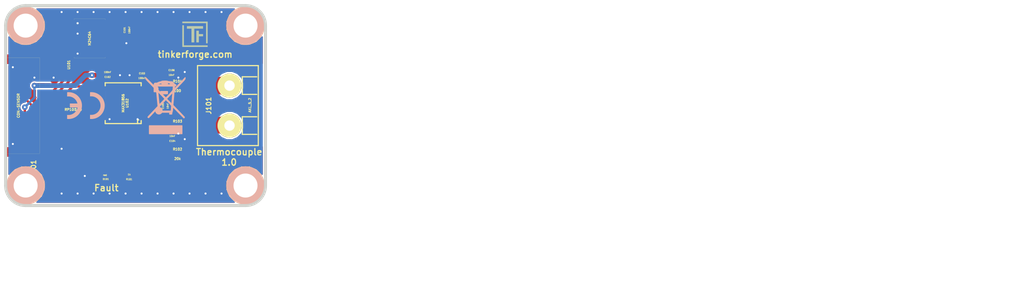
<source format=kicad_pcb>
(kicad_pcb (version 4) (host pcbnew "(2015-03-18 BZR 5525)-product")
  (title_block (title "Thermocouple Bricklet") (date "Do 30 Jul 2015") (rev 1.0) (company "Tinkerforge GmbH") (comment 1 "Licensed under CERN OHL v.1.1") (comment 2 "Copyright (©) 2015, B.Nordmeyer <bastian@tinkerforge.com>"))
  (layers (0 Vorderseite signal) (31 Rückseite signal) (34 B.Paste user) (35 F.Paste user) (36 B.SilkS user) (37 F.SilkS user) (38 B.Mask user) (39 F.Mask user) (44 Edge.Cuts user))
  (net 0 "")
  (net 1 GND)
  (net 2 VCC)
  (net 3 "Net-(C104-Pad1)")
  (net 4 "Net-(C105-Pad1)")
  (net 5 "Net-(D101-Pad1)")
  (net 6 "Net-(D101-Pad2)")
  (net 7 "Net-(J101-Pad2)")
  (net 8 "Net-(P101-Pad4)")
  (net 9 "Net-(P101-Pad5)")
  (net 10 "Net-(P101-Pad6)")
  (net 11 "Net-(P101-Pad7)")
  (net 12 "Net-(P101-Pad8)")
  (net 13 "Net-(P101-Pad9)")
  (net 14 "Net-(P101-Pad10)")
  (net 15 "Net-(R102-Pad2)")
  (net 16 "Net-(RP101-Pad1)")
  (net 17 "Net-(RP101-Pad2)")
  (net 18 "Net-(RP101-Pad3)")
  (net 19 "Net-(RP101-Pad4)")
  (net 20 "Net-(J101-Pad1)")
  (module kicad-libraries:0603 (layer Vorderseite) (at 170.225 130.425 270)
    (fp_text reference C101 (at 0.05 0.225 270) (layer F.SilkS) (effects (font (size 0.2 0.2) (thickness 0.05))))
    (fp_text value 100nF (at 0.05 -0.375 270) (layer F.SilkS) (effects (font (size 0.2 0.2) (thickness 0.05))))
    (pad 1 smd rect (at -0.8001 0 270) (size 0.8001 0.8001) (layers Vorderseite F.Paste F.Mask) (net 2 VCC))
    (pad 2 smd rect (at 0.8001 0 270) (size 0.8001 0.8001) (layers Vorderseite F.Paste F.Mask) (net 1 GND))
  )
  (module kicad-libraries:0603 (layer Vorderseite) (at 167.825 136.125)
    (fp_text reference C102 (at 0.05 0.225) (layer F.SilkS) (effects (font (size 0.2 0.2) (thickness 0.05))))
    (fp_text value 100nF (at 0.05 -0.375) (layer F.SilkS) (effects (font (size 0.2 0.2) (thickness 0.05))))
    (pad 1 smd rect (at -0.8001 0) (size 0.8001 0.8001) (layers Vorderseite F.Paste F.Mask) (net 2 VCC))
    (pad 2 smd rect (at 0.8001 0) (size 0.8001 0.8001) (layers Vorderseite F.Paste F.Mask) (net 1 GND))
  )
  (module kicad-libraries:0603 (layer Vorderseite) (at 172.225 136.125 180)
    (fp_text reference C103 (at 0.05 0.225 180) (layer F.SilkS) (effects (font (size 0.2 0.2) (thickness 0.05))))
    (fp_text value 100nF (at 0.05 -0.375 180) (layer F.SilkS) (effects (font (size 0.2 0.2) (thickness 0.05))))
    (pad 1 smd rect (at -0.8001 0 180) (size 0.8001 0.8001) (layers Vorderseite F.Paste F.Mask) (net 2 VCC))
    (pad 2 smd rect (at 0.8001 0 180) (size 0.8001 0.8001) (layers Vorderseite F.Paste F.Mask) (net 1 GND))
  )
  (module kicad-libraries:0603 (layer Vorderseite) (at 175.925 144.125)
    (fp_text reference C104 (at 0.05 0.225) (layer F.SilkS) (effects (font (size 0.2 0.2) (thickness 0.05))))
    (fp_text value 10nF (at 0.05 -0.375) (layer F.SilkS) (effects (font (size 0.2 0.2) (thickness 0.05))))
    (pad 1 smd rect (at -0.8001 0) (size 0.8001 0.8001) (layers Vorderseite F.Paste F.Mask) (net 3 "Net-(C104-Pad1)"))
    (pad 2 smd rect (at 0.8001 0) (size 0.8001 0.8001) (layers Vorderseite F.Paste F.Mask) (net 1 GND))
  )
  (module kicad-libraries:0603 (layer Vorderseite) (at 175.025 139.925 270)
    (fp_text reference C105 (at 0.05 0.225 270) (layer F.SilkS) (effects (font (size 0.2 0.2) (thickness 0.05))))
    (fp_text value 10nF (at 0.05 -0.375 270) (layer F.SilkS) (effects (font (size 0.2 0.2) (thickness 0.05))))
    (pad 1 smd rect (at -0.8001 0 270) (size 0.8001 0.8001) (layers Vorderseite F.Paste F.Mask) (net 4 "Net-(C105-Pad1)"))
    (pad 2 smd rect (at 0.8001 0 270) (size 0.8001 0.8001) (layers Vorderseite F.Paste F.Mask) (net 3 "Net-(C104-Pad1)"))
  )
  (module kicad-libraries:0603 (layer Vorderseite) (at 175.925 135.725 180)
    (fp_text reference C106 (at 0.05 0.225 180) (layer F.SilkS) (effects (font (size 0.2 0.2) (thickness 0.05))))
    (fp_text value 10nF (at 0.05 -0.375 180) (layer F.SilkS) (effects (font (size 0.2 0.2) (thickness 0.05))))
    (pad 1 smd rect (at -0.8001 0 180) (size 0.8001 0.8001) (layers Vorderseite F.Paste F.Mask) (net 1 GND))
    (pad 2 smd rect (at 0.8001 0 180) (size 0.8001 0.8001) (layers Vorderseite F.Paste F.Mask) (net 4 "Net-(C105-Pad1)"))
  )
  (module kicad-libraries:D0603 (layer Vorderseite) (at 167.625 148.925 180)
    (fp_text reference D101 (at -0.025 -0.2 180) (layer F.SilkS) (effects (font (size 0.2 0.2) (thickness 0.05))))
    (fp_text value red (at 0.075 0.3 180) (layer F.SilkS) (effects (font (size 0.2 0.2) (thickness 0.05))))
    (pad 1 smd rect (at -0.8001 0 180) (size 0.8001 0.8001) (layers Vorderseite F.Paste F.Mask) (net 5 "Net-(D101-Pad1)"))
    (pad 2 smd rect (at 0.8001 0 180) (size 0.8001 0.8001) (layers Vorderseite F.Paste F.Mask) (net 6 "Net-(D101-Pad2)"))
  )
  (module kicad-libraries:AKL_5_2 (layer Vorderseite) (at 183.125 139.925 270)
    (fp_text reference J101 (at 0 2.60096 270) (layer F.SilkS) (effects (font (size 0.59944 0.59944) (thickness 0.12446))))
    (fp_text value AKL_5_2 (at -0.0508 -2.55016 270) (layer F.SilkS) (effects (font (size 0.29972 0.29972) (thickness 0.0762))))
    (pad 1 thru_hole circle (at -2.49936 0 270) (size 2.99974 2.99974) (drill 1.30048) (layers *.Cu *.Mask F.SilkS) (net 20 "Net-(J101-Pad1)"))
    (pad 2 thru_hole circle (at 2.49936 0 270) (size 2.99974 2.99974) (drill 1.30048) (layers *.Cu *.Mask F.SilkS) (net 7 "Net-(J101-Pad2)"))
  )
  (module kicad-libraries:CON-SENSOR (layer Vorderseite) (at 155.125 139.925 270)
    (fp_text reference P101 (at 7.9502 -3.50012 270) (layer F.SilkS) (effects (font (size 0.59944 0.59944) (thickness 0.12446))))
    (fp_text value CON-SENSOR (at 0 -1.6002 270) (layer F.SilkS) (effects (font (size 0.29972 0.29972) (thickness 0.07112))))
    (pad 1 smd rect (at -4.50088 -4.7752 270) (size 0.59944 1.5494) (layers Vorderseite F.Paste F.Mask))
    (pad 2 smd rect (at -3.50012 -4.7752 270) (size 0.59944 1.5494) (layers Vorderseite F.Paste F.Mask) (net 1 GND))
    (pad 3 smd rect (at -2.49936 -4.7752 270) (size 0.59944 1.5494) (layers Vorderseite F.Paste F.Mask) (net 2 VCC))
    (pad 4 smd rect (at -1.50114 -4.7752 270) (size 0.59944 1.5494) (layers Vorderseite F.Paste F.Mask) (net 8 "Net-(P101-Pad4)"))
    (pad 5 smd rect (at -0.50038 -4.7752 270) (size 0.59944 1.5494) (layers Vorderseite F.Paste F.Mask) (net 9 "Net-(P101-Pad5)"))
    (pad 6 smd rect (at 0.50038 -4.7752 270) (size 0.59944 1.5494) (layers Vorderseite F.Paste F.Mask) (net 10 "Net-(P101-Pad6)"))
    (pad 7 smd rect (at 1.50114 -4.7752 270) (size 0.59944 1.5494) (layers Vorderseite F.Paste F.Mask) (net 11 "Net-(P101-Pad7)"))
    (pad 8 smd rect (at 2.49936 -4.7752 270) (size 0.59944 1.5494) (layers Vorderseite F.Paste F.Mask) (net 12 "Net-(P101-Pad8)"))
    (pad 9 smd rect (at 3.50012 -4.7752 270) (size 0.59944 1.5494) (layers Vorderseite F.Paste F.Mask) (net 13 "Net-(P101-Pad9)"))
    (pad 10 smd rect (at 4.50088 -4.7752 270) (size 0.59944 1.5494) (layers Vorderseite F.Paste F.Mask) (net 14 "Net-(P101-Pad10)"))
    (pad EP smd rect (at -5.79882 -0.89916 270) (size 1.19888 1.80086) (layers Vorderseite F.Paste F.Mask) (net 1 GND))
    (pad EP smd rect (at 5.79882 -0.89916 270) (size 1.19888 1.80086) (layers Vorderseite F.Paste F.Mask) (net 1 GND))
  )
  (module kicad-libraries:0603 (layer Vorderseite) (at 170.525 148.925)
    (fp_text reference R101 (at 0.05 0.225) (layer F.SilkS) (effects (font (size 0.2 0.2) (thickness 0.05))))
    (fp_text value 1k (at 0.05 -0.375) (layer F.SilkS) (effects (font (size 0.2 0.2) (thickness 0.05))))
    (pad 1 smd rect (at -0.8001 0) (size 0.8001 0.8001) (layers Vorderseite F.Paste F.Mask) (net 5 "Net-(D101-Pad1)"))
    (pad 2 smd rect (at 0.8001 0) (size 0.8001 0.8001) (layers Vorderseite F.Paste F.Mask) (net 2 VCC))
  )
  (module kicad-libraries:1206 (layer Vorderseite) (at 176.625 145.925 180)
    (fp_text reference R102 (at 0 0.5375 180) (layer F.SilkS) (effects (font (size 0.3 0.3) (thickness 0.075))))
    (fp_text value 20k (at 0 -0.65 180) (layer F.SilkS) (effects (font (size 0.3 0.3) (thickness 0.075))))
    (pad 1 smd rect (at -1.50114 0 180) (size 1.00076 1.6002) (layers Vorderseite F.Paste F.Mask) (net 7 "Net-(J101-Pad2)"))
    (pad 2 smd rect (at 1.50114 0 180) (size 1.00076 1.6002) (layers Vorderseite F.Paste F.Mask) (net 15 "Net-(R102-Pad2)"))
  )
  (module kicad-libraries:1206 (layer Vorderseite) (at 176.625 142.425 180)
    (fp_text reference R103 (at 0 0.5375 180) (layer F.SilkS) (effects (font (size 0.3 0.3) (thickness 0.075))))
    (fp_text value 100 (at 0 -0.65 180) (layer F.SilkS) (effects (font (size 0.3 0.3) (thickness 0.075))))
    (pad 1 smd rect (at -1.50114 0 180) (size 1.00076 1.6002) (layers Vorderseite F.Paste F.Mask) (net 7 "Net-(J101-Pad2)"))
    (pad 2 smd rect (at 1.50114 0 180) (size 1.00076 1.6002) (layers Vorderseite F.Paste F.Mask) (net 3 "Net-(C104-Pad1)"))
  )
  (module kicad-libraries:1206 (layer Vorderseite) (at 176.625 137.425 180)
    (fp_text reference R104 (at 0 0.5375 180) (layer F.SilkS) (effects (font (size 0.3 0.3) (thickness 0.075))))
    (fp_text value 100 (at 0 -0.65 180) (layer F.SilkS) (effects (font (size 0.3 0.3) (thickness 0.075))))
    (pad 1 smd rect (at -1.50114 0 180) (size 1.00076 1.6002) (layers Vorderseite F.Paste F.Mask) (net 20 "Net-(J101-Pad1)"))
    (pad 2 smd rect (at 1.50114 0 180) (size 1.00076 1.6002) (layers Vorderseite F.Paste F.Mask) (net 4 "Net-(C105-Pad1)"))
  )
  (module kicad-libraries:0603X4 (layer Vorderseite) (at 163.225 140.425)
    (fp_text reference RP101 (at 0 0) (layer F.SilkS) (effects (font (size 0.29972 0.29972) (thickness 0.0762))))
    (fp_text value 100 (at 1.00076 0) (layer F.SilkS) (effects (font (size 0.29972 0.29972) (thickness 0.0762))))
    (pad 1 smd rect (at 1.19888 -0.8509) (size 0.44958 0.89916) (layers Vorderseite F.Paste F.Mask) (net 16 "Net-(RP101-Pad1)"))
    (pad 2 smd rect (at 0.39878 -0.8509) (size 0.44958 0.89916) (layers Vorderseite F.Paste F.Mask) (net 17 "Net-(RP101-Pad2)"))
    (pad 3 smd rect (at -0.39878 -0.8509) (size 0.44958 0.89916) (layers Vorderseite F.Paste F.Mask) (net 18 "Net-(RP101-Pad3)"))
    (pad 4 smd rect (at -1.19888 -0.8509) (size 0.44958 0.89916) (layers Vorderseite F.Paste F.Mask) (net 19 "Net-(RP101-Pad4)"))
    (pad 5 smd rect (at -1.19888 0.8509) (size 0.44958 0.89916) (layers Vorderseite F.Paste F.Mask) (net 11 "Net-(P101-Pad7)"))
    (pad 6 smd rect (at -0.39878 0.8509) (size 0.44958 0.89916) (layers Vorderseite F.Paste F.Mask) (net 12 "Net-(P101-Pad8)"))
    (pad 7 smd rect (at 0.39878 0.8509) (size 0.44958 0.89916) (layers Vorderseite F.Paste F.Mask) (net 13 "Net-(P101-Pad9)"))
    (pad 8 smd rect (at 1.19888 0.8509) (size 0.44958 0.89916) (layers Vorderseite F.Paste F.Mask) (net 14 "Net-(P101-Pad10)"))
  )
  (module kicad-libraries:SOIC8 (layer Vorderseite) (at 165.625 131.525 270)
    (fp_text reference U101 (at 3.29946 2.60096 270) (layer F.SilkS) (effects (font (size 0.29972 0.29972) (thickness 0.0762))))
    (fp_text value M24C64 (at 0 0 270) (layer F.SilkS) (effects (font (size 0.29972 0.29972) (thickness 0.0762))))
    (pad 1 smd rect (at -1.90246 2.69748 90) (size 0.59944 1.5494) (layers Vorderseite F.Paste F.Mask) (net 1 GND))
    (pad 2 smd rect (at -0.63246 2.69748 90) (size 0.59944 1.5494) (layers Vorderseite F.Paste F.Mask) (net 1 GND))
    (pad 3 smd rect (at 0.63246 2.69748 90) (size 0.59944 1.5494) (layers Vorderseite F.Paste F.Mask) (net 10 "Net-(P101-Pad6)"))
    (pad 4 smd rect (at 1.90246 2.69748 90) (size 0.59944 1.5494) (layers Vorderseite F.Paste F.Mask) (net 1 GND))
    (pad 5 smd rect (at 1.90246 -2.69748 270) (size 0.59944 1.5494) (layers Vorderseite F.Paste F.Mask) (net 9 "Net-(P101-Pad5)"))
    (pad 6 smd rect (at 0.63246 -2.69748 270) (size 0.59944 1.5494) (layers Vorderseite F.Paste F.Mask) (net 8 "Net-(P101-Pad4)"))
    (pad 7 smd rect (at -0.63246 -2.69748 270) (size 0.59944 1.5494) (layers Vorderseite F.Paste F.Mask))
    (pad 8 smd rect (at -1.90246 -2.69748 270) (size 0.59944 1.5494) (layers Vorderseite F.Paste F.Mask) (net 2 VCC))
  )
  (module kicad-libraries:TSSOP14 (layer Vorderseite) (at 169.825 139.625 90)
    (fp_text reference U102 (at 0 0.50038 90) (layer F.SilkS) (effects (font (size 0.29972 0.29972) (thickness 0.0762))))
    (fp_text value MAX31856 (at 0 0 90) (layer F.SilkS) (effects (font (size 0.29972 0.29972) (thickness 0.0762))))
    (pad 1 smd rect (at -1.94818 2.79908 270) (size 0.29972 1.5494) (layers Vorderseite F.Paste F.Mask) (net 1 GND))
    (pad 2 smd rect (at -1.29794 2.79908 270) (size 0.29972 1.5494) (layers Vorderseite F.Paste F.Mask) (net 15 "Net-(R102-Pad2)"))
    (pad 3 smd rect (at -0.6477 2.79908 270) (size 0.29972 1.5494) (layers Vorderseite F.Paste F.Mask) (net 3 "Net-(C104-Pad1)"))
    (pad 4 smd rect (at 0 2.79908 270) (size 0.29972 1.5494) (layers Vorderseite F.Paste F.Mask) (net 4 "Net-(C105-Pad1)"))
    (pad 5 smd rect (at 0.6477 2.79908 270) (size 0.29972 1.5494) (layers Vorderseite F.Paste F.Mask) (net 2 VCC))
    (pad 6 smd rect (at 1.29794 2.79908 270) (size 0.29972 1.5494) (layers Vorderseite F.Paste F.Mask))
    (pad 7 smd rect (at 1.94818 2.79908 270) (size 0.29972 1.5494) (layers Vorderseite F.Paste F.Mask))
    (pad 8 smd rect (at 1.94818 -2.79908 90) (size 0.29972 1.5494) (layers Vorderseite F.Paste F.Mask) (net 2 VCC))
    (pad 9 smd rect (at 1.29794 -2.79908 90) (size 0.29972 1.5494) (layers Vorderseite F.Paste F.Mask) (net 19 "Net-(RP101-Pad4)"))
    (pad 10 smd rect (at 0.6477 -2.79908 90) (size 0.29972 1.5494) (layers Vorderseite F.Paste F.Mask) (net 18 "Net-(RP101-Pad3)"))
    (pad 11 smd rect (at 0 -2.79908 90) (size 0.29972 1.5494) (layers Vorderseite F.Paste F.Mask) (net 17 "Net-(RP101-Pad2)"))
    (pad 12 smd rect (at -0.6477 -2.79908 90) (size 0.29972 1.5494) (layers Vorderseite F.Paste F.Mask) (net 16 "Net-(RP101-Pad1)"))
    (pad 13 smd rect (at -1.29794 -2.79908 90) (size 0.29972 1.5494) (layers Vorderseite F.Paste F.Mask) (net 6 "Net-(D101-Pad2)"))
    (pad 14 smd rect (at -1.94818 -2.79908 90) (size 0.29972 1.5494) (layers Vorderseite F.Paste F.Mask) (net 1 GND))
  )
  (module kicad-libraries:DRILL_NP (layer Vorderseite) (at 157.625 129.925)
    (fp_text reference U103 hide)
    (fp_text value DRILL hide)
    (pad "" np_thru_hole circle (at 0 0) (size 2.99974 2.99974) (drill 2.99974) (layers *.Cu *.Mask F.SilkS) (clearance 0.89916))
  )
  (module kicad-libraries:DRILL_NP (layer Vorderseite) (at 157.625 149.925)
    (fp_text reference U104 hide)
    (fp_text value DRILL hide)
    (pad "" np_thru_hole circle (at 0 0) (size 2.99974 2.99974) (drill 2.99974) (layers *.Cu *.Mask F.SilkS) (clearance 0.89916))
  )
  (module kicad-libraries:DRILL_NP (layer Vorderseite) (at 185.125 149.925)
    (fp_text reference U105 hide)
    (fp_text value DRILL hide)
    (pad "" np_thru_hole circle (at 0 0) (size 2.99974 2.99974) (drill 2.99974) (layers *.Cu *.Mask F.SilkS) (clearance 0.89916))
  )
  (module kicad-libraries:DRILL_NP (layer Vorderseite) (at 185.125 129.925)
    (fp_text reference U106 hide)
    (fp_text value DRILL hide)
    (pad "" np_thru_hole circle (at 0 0) (size 2.99974 2.99974) (drill 2.99974) (layers *.Cu *.Mask F.SilkS) (clearance 0.89916))
  )
  (module kicad-libraries:Logo_31x31 (layer Vorderseite) (at 177.225 129.425)
    (fp_text reference G*** hide)
    (fp_text value Logo_31x31 hide)
  )
  (module kicad-libraries:CE_5mm (layer Rückseite) (at 165.125 139.925 180)
    (fp_text reference VAL hide)
    (fp_text value CE_5mm hide)
  )
  (module kicad-libraries:WEEE_7mm (layer Rückseite) (at 175.125 139.925 180)
    (fp_text reference G*** hide)
    (fp_text value LOGO hide)
  )
  (module kicad-libraries:Fiducial_Mark (layer Vorderseite) (at 161.625 149.425)
    (fp_text reference Fiducial_Mark hide)
    (fp_text value VAL** hide)
    (pad 1 smd circle (at 0 0) (size 1.00076 1.00076) (layers Vorderseite F.Mask) (clearance 0.65024))
  )
  (module kicad-libraries:Fiducial_Mark (layer Vorderseite) (at 175.125 130.425)
    (fp_text reference Fiducial_Mark hide)
    (fp_text value VAL** hide)
    (pad 1 smd circle (at 0 0) (size 1.00076 1.00076) (layers Vorderseite F.Mask) (clearance 0.65024))
  )
  (module kicad-libraries:Fiducial_Mark (layer Vorderseite) (at 180.625 149.425)
    (fp_text reference Fiducial_Mark hide)
    (fp_text value VAL** hide)
    (pad 1 smd circle (at 0 0) (size 1.00076 1.00076) (layers Vorderseite F.Mask) (clearance 0.65024))
  )
  (gr_text "Thermocouple\n1.0" (at 183.075 146.375) (layer F.SilkS) (effects (font (size 0.8 0.8))))
  (gr_text Fault (at 167.725 150.225) (layer F.SilkS) (effects (font (size 0.8 0.8) (thickness 0.14986))))
  (gr_line (start 155.125 129.925) (end 155.125 149.925) (angle 90) (layer Edge.Cuts) (width 0.381))
  (gr_line (start 185.125 127.425) (end 157.625 127.425) (angle 90) (layer Edge.Cuts) (width 0.381))
  (gr_line (start 187.625 149.925) (end 187.625 129.925) (angle 90) (layer Edge.Cuts) (width 0.381))
  (gr_line (start 157.625 152.425) (end 185.125 152.425) (angle 90) (layer Edge.Cuts) (width 0.381))
  (gr_arc (start 157.625 149.925) (end 157.625 152.425) (angle 90) (layer Edge.Cuts) (width 0.381))
  (gr_arc (start 185.125 149.925) (end 187.625 149.925) (angle 90) (layer Edge.Cuts) (width 0.381))
  (gr_arc (start 185.125 129.925) (end 185.125 127.425) (angle 90) (layer Edge.Cuts) (width 0.381))
  (gr_arc (start 157.625 129.925) (end 155.125 129.925) (angle 90) (layer Edge.Cuts) (width 0.381))
  (gr_text tinkerforge.com (at 178.825 133.525) (layer F.SilkS) (effects (font (size 0.8001 0.8001) (thickness 0.14986))))
  (via (at 177.525 135.725) (size 0.70104) (layers Vorderseite Rückseite) (net 1))
  (segment (start 176.7251 135.725) (end 177.525 135.725) (width 0.59944) (layer Vorderseite) (net 1))
  (segment (start 171.67682 141.57318) (end 171.625 141.625) (width 0.29972) (layer Vorderseite) (net 1))
  (via (at 171.625 141.625) (size 0.70104) (layers Vorderseite Rückseite) (net 1))
  (segment (start 172.62408 141.57318) (end 171.67682 141.57318) (width 0.29972) (layer Vorderseite) (net 1))
  (segment (start 164.12254 133.42746) (end 164.125 133.425) (width 0.29972) (layer Vorderseite) (net 1))
  (via (at 164.125 133.425) (size 0.70104) (layers Vorderseite Rückseite) (net 1))
  (segment (start 162.92752 133.42746) (end 164.12254 133.42746) (width 0.29972) (layer Vorderseite) (net 1))
  (segment (start 164.09254 130.89254) (end 164.125 130.925) (width 0.29972) (layer Vorderseite) (net 1))
  (via (at 164.125 130.925) (size 0.70104) (layers Vorderseite Rückseite) (net 1))
  (segment (start 162.92752 130.89254) (end 164.09254 130.89254) (width 0.29972) (layer Vorderseite) (net 1))
  (segment (start 164.12254 129.62254) (end 164.125 129.625) (width 0.29972) (layer Vorderseite) (net 1))
  (via (at 164.125 129.625) (size 0.70104) (layers Vorderseite Rückseite) (net 1))
  (segment (start 162.92752 129.62254) (end 164.12254 129.62254) (width 0.29972) (layer Vorderseite) (net 1))
  (via (at 169.425 136.125) (size 0.70104) (layers Vorderseite Rückseite) (net 1))
  (segment (start 168.6251 136.125) (end 169.425 136.125) (width 0.59944) (layer Vorderseite) (net 1))
  (via (at 170.625 136.125) (size 0.70104) (layers Vorderseite Rückseite) (net 1))
  (segment (start 171.4249 136.125) (end 170.625 136.125) (width 0.59944) (layer Vorderseite) (net 1))
  (segment (start 158.72512 136.42488) (end 158.725 136.425) (width 0.59944) (layer Vorderseite) (net 1))
  (via (at 158.725 136.425) (size 0.70104) (layers Vorderseite Rückseite) (net 1))
  (segment (start 159.9002 136.42488) (end 158.72512 136.42488) (width 0.59944) (layer Vorderseite) (net 1))
  (segment (start 161.12488 136.42488) (end 161.125 136.425) (width 0.59944) (layer Vorderseite) (net 1))
  (via (at 161.125 136.425) (size 0.70104) (layers Vorderseite Rückseite) (net 1))
  (segment (start 159.9002 136.42488) (end 161.12488 136.42488) (width 0.59944) (layer Vorderseite) (net 1))
  (segment (start 156.02416 135.12416) (end 156.025 135.125) (width 0.29972) (layer Vorderseite) (net 1))
  (via (at 156.025 135.125) (size 0.70104) (layers Vorderseite Rückseite) (net 1))
  (segment (start 156.02416 134.12618) (end 156.02416 135.12416) (width 0.29972) (layer Vorderseite) (net 1))
  (segment (start 156.02416 144.72584) (end 156.025 144.725) (width 0.29972) (layer Vorderseite) (net 1))
  (via (at 156.025 144.725) (size 0.70104) (layers Vorderseite Rückseite) (net 1))
  (segment (start 156.02416 145.72382) (end 156.02416 144.72584) (width 0.29972) (layer Vorderseite) (net 1))
  (segment (start 178.225 132.125) (end 182.125 128.225) (width 0.29972) (layer Rückseite) (net 1))
  (segment (start 164.125 128.225) (end 162.125 128.225) (width 0.29972) (layer Rückseite) (net 1))
  (via (at 164.125 128.225) (size 0.70104) (layers Vorderseite Rückseite) (net 1))
  (segment (start 166.125 128.225) (end 164.125 128.225) (width 0.29972) (layer Vorderseite) (net 1))
  (via (at 166.125 128.225) (size 0.70104) (layers Vorderseite Rückseite) (net 1))
  (segment (start 168.125 128.225) (end 166.125 128.225) (width 0.29972) (layer Rückseite) (net 1))
  (via (at 168.125 128.225) (size 0.70104) (layers Vorderseite Rückseite) (net 1))
  (segment (start 170.125 128.225) (end 168.125 128.225) (width 0.29972) (layer Vorderseite) (net 1))
  (via (at 170.125 128.225) (size 0.70104) (layers Vorderseite Rückseite) (net 1))
  (segment (start 172.125 128.225) (end 170.125 128.225) (width 0.29972) (layer Rückseite) (net 1))
  (via (at 172.125 128.225) (size 0.70104) (layers Vorderseite Rückseite) (net 1))
  (segment (start 174.125 128.225) (end 172.125 128.225) (width 0.29972) (layer Vorderseite) (net 1))
  (via (at 174.125 128.225) (size 0.70104) (layers Vorderseite Rückseite) (net 1))
  (segment (start 176.125 128.225) (end 174.125 128.225) (width 0.29972) (layer Rückseite) (net 1))
  (via (at 176.125 128.225) (size 0.70104) (layers Vorderseite Rückseite) (net 1))
  (segment (start 178.125 128.225) (end 176.125 128.225) (width 0.29972) (layer Vorderseite) (net 1))
  (via (at 178.125 128.225) (size 0.70104) (layers Vorderseite Rückseite) (net 1))
  (segment (start 180.125 128.225) (end 178.125 128.225) (width 0.29972) (layer Rückseite) (net 1))
  (via (at 162.125 128.225) (size 0.70104) (layers Vorderseite Rückseite) (net 1))
  (segment (start 170.225 131.2251) (end 170.225 132.125) (width 0.59944) (layer Vorderseite) (net 1))
  (via (at 170.225 132.125) (size 0.70104) (layers Vorderseite Rückseite) (net 1))
  (segment (start 170.225 132.125) (end 178.225 132.125) (width 0.29972) (layer Rückseite) (net 1))
  (segment (start 182.125 128.225) (end 180.125 128.225) (width 0.29972) (layer Vorderseite) (net 1))
  (via (at 182.125 128.225) (size 0.70104) (layers Vorderseite Rückseite) (net 1))
  (via (at 180.125 128.225) (size 0.70104) (layers Vorderseite Rückseite) (net 1))
  (segment (start 182.125 128.225) (end 180.125 128.225) (width 0.29972) (layer Vorderseite) (net 1))
  (segment (start 177.525 146.325) (end 182.125 150.925) (width 0.29972) (layer Rückseite) (net 1))
  (via (at 182.125 150.925) (size 0.70104) (layers Vorderseite Rückseite) (net 1))
  (segment (start 182.125 150.925) (end 180.125 150.925) (width 0.29972) (layer Vorderseite) (net 1))
  (via (at 180.125 150.925) (size 0.70104) (layers Vorderseite Rückseite) (net 1))
  (segment (start 180.125 150.925) (end 178.125 150.925) (width 0.29972) (layer Rückseite) (net 1))
  (via (at 178.125 150.925) (size 0.70104) (layers Vorderseite Rückseite) (net 1))
  (segment (start 178.125 150.925) (end 176.125 150.925) (width 0.29972) (layer Vorderseite) (net 1))
  (via (at 176.125 150.925) (size 0.70104) (layers Vorderseite Rückseite) (net 1))
  (segment (start 176.125 150.925) (end 174.125 150.925) (width 0.29972) (layer Rückseite) (net 1))
  (via (at 174.125 150.925) (size 0.70104) (layers Vorderseite Rückseite) (net 1))
  (segment (start 174.125 150.925) (end 172.125 150.925) (width 0.29972) (layer Vorderseite) (net 1))
  (via (at 172.125 150.925) (size 0.70104) (layers Vorderseite Rückseite) (net 1))
  (segment (start 172.125 150.925) (end 170.125 150.925) (width 0.29972) (layer Rückseite) (net 1))
  (via (at 170.125 150.925) (size 0.70104) (layers Vorderseite Rückseite) (net 1))
  (segment (start 170.125 150.925) (end 168.125 150.925) (width 0.29972) (layer Vorderseite) (net 1))
  (via (at 168.125 150.925) (size 0.70104) (layers Vorderseite Rückseite) (net 1))
  (segment (start 168.125 150.925) (end 166.125 150.925) (width 0.29972) (layer Rückseite) (net 1))
  (via (at 166.125 150.925) (size 0.70104) (layers Vorderseite Rückseite) (net 1))
  (segment (start 166.125 150.925) (end 164.125 150.925) (width 0.29972) (layer Vorderseite) (net 1))
  (via (at 164.125 150.925) (size 0.70104) (layers Vorderseite Rückseite) (net 1))
  (segment (start 164.125 150.925) (end 162.125 150.925) (width 0.29972) (layer Rückseite) (net 1))
  (via (at 162.125 150.925) (size 0.70104) (layers Vorderseite Rückseite) (net 1))
  (segment (start 176.7251 144.125) (end 177.525 144.125) (width 0.59944) (layer Vorderseite) (net 1))
  (via (at 177.525 144.125) (size 0.70104) (layers Vorderseite Rückseite) (net 1))
  (segment (start 177.525 144.125) (end 177.525 146.325) (width 0.29972) (layer Rückseite) (net 1))
  (segment (start 176.7251 143.4251) (end 176.725 143.425) (width 0.59944) (layer Vorderseite) (net 1))
  (via (at 176.725 143.425) (size 0.70104) (layers Vorderseite Rückseite) (net 1))
  (segment (start 176.7251 144.125) (end 176.7251 143.4251) (width 0.59944) (layer Vorderseite) (net 1))
  (segment (start 176.7251 136.4249) (end 176.725 136.425) (width 0.59944) (layer Vorderseite) (net 1))
  (via (at 176.725 136.425) (size 0.70104) (layers Vorderseite Rückseite) (net 1))
  (segment (start 176.7251 135.725) (end 176.7251 136.4249) (width 0.59944) (layer Vorderseite) (net 1))
  (segment (start 165.025 148.225) (end 162.125 145.325) (width 0.29972) (layer Vorderseite) (net 1))
  (via (at 162.125 145.325) (size 0.70104) (layers Vorderseite Rückseite) (net 1))
  (segment (start 168.125 141.625) (end 168.125 145.625) (width 0.29972) (layer Rückseite) (net 1))
  (segment (start 168.07318 141.57318) (end 168.125 141.625) (width 0.29972) (layer Vorderseite) (net 1))
  (via (at 168.125 141.625) (size 0.70104) (layers Vorderseite Rückseite) (net 1))
  (segment (start 167.02592 141.57318) (end 168.07318 141.57318) (width 0.29972) (layer Vorderseite) (net 1))
  (via (at 165.025 148.725) (size 0.70104) (layers Vorderseite Rückseite) (net 1))
  (segment (start 168.125 145.625) (end 165.025 148.725) (width 0.29972) (layer Rückseite) (net 1))
  (segment (start 165.025 148.725) (end 165.025 148.225) (width 0.29972) (layer Vorderseite) (net 1))
  (segment (start 173.125 136.125) (end 173.0251 136.125) (width 0.29972) (layer Vorderseite) (net 2))
  (segment (start 173.5727 138.9773) (end 174.025 138.525) (width 0.29972) (layer Vorderseite) (net 2))
  (segment (start 174.025 138.525) (end 174.025 137.025) (width 0.29972) (layer Vorderseite) (net 2))
  (segment (start 174.025 137.025) (end 173.125 136.125) (width 0.29972) (layer Vorderseite) (net 2))
  (segment (start 172.62408 138.9773) (end 173.5727 138.9773) (width 0.29972) (layer Vorderseite) (net 2))
  (segment (start 167.02592 136.12602) (end 167.0249 136.125) (width 0.29972) (layer Vorderseite) (net 2))
  (segment (start 167.02592 137.67682) (end 167.02592 136.12602) (width 0.29972) (layer Vorderseite) (net 2))
  (segment (start 170.22264 129.62254) (end 170.225 129.6249) (width 0.29972) (layer Vorderseite) (net 2))
  (segment (start 168.32248 129.62254) (end 170.22264 129.62254) (width 0.29972) (layer Vorderseite) (net 2))
  (segment (start 171.8249 129.6249) (end 173.025 130.825) (width 0.29972) (layer Vorderseite) (net 2))
  (segment (start 173.025 130.825) (end 173.025 135.325) (width 0.29972) (layer Vorderseite) (net 2))
  (segment (start 173.0251 135.3251) (end 173.0251 136.125) (width 0.29972) (layer Vorderseite) (net 2))
  (segment (start 173.0251 135.3251) (end 173.025 135.325) (width 0.29972) (layer Vorderseite) (net 2))
  (segment (start 170.225 129.6249) (end 171.8249 129.6249) (width 0.29972) (layer Vorderseite) (net 2))
  (segment (start 167.0249 135.7251) (end 167.0249 136.125) (width 0.29972) (layer Vorderseite) (net 2))
  (segment (start 167.625 135.125) (end 167.0249 135.7251) (width 0.59944) (layer Vorderseite) (net 2))
  (segment (start 172.225 135.125) (end 167.625 135.125) (width 0.59944) (layer Vorderseite) (net 2))
  (segment (start 173.0251 135.9251) (end 172.225 135.125) (width 0.59944) (layer Vorderseite) (net 2))
  (segment (start 173.0251 136.125) (end 173.0251 135.9251) (width 0.29972) (layer Vorderseite) (net 2))
  (segment (start 165.125 136.125) (end 163.825 137.425) (width 0.59944) (layer Rückseite) (net 2))
  (segment (start 163.825 137.425) (end 158.725 137.425) (width 0.59944) (layer Rückseite) (net 2))
  (via (at 158.725 137.425) (size 0.70104) (layers Vorderseite Rückseite) (net 2))
  (segment (start 158.725 137.425) (end 158.72564 137.42564) (width 0.59944) (layer Vorderseite) (net 2))
  (segment (start 158.72564 137.42564) (end 159.9002 137.42564) (width 0.59944) (layer Vorderseite) (net 2))
  (segment (start 167.0249 136.125) (end 165.925 136.125) (width 0.59944) (layer Vorderseite) (net 2))
  (via (at 165.925 136.125) (size 0.70104) (layers Vorderseite Rückseite) (net 2))
  (segment (start 165.925 136.125) (end 165.125 136.125) (width 0.59944) (layer Rückseite) (net 2))
  (segment (start 171.3251 149.2249) (end 170.725 149.825) (width 0.29972) (layer Vorderseite) (net 2))
  (segment (start 170.725 149.825) (end 164.325 149.825) (width 0.29972) (layer Vorderseite) (net 2))
  (segment (start 164.325 149.825) (end 160.625 146.125) (width 0.29972) (layer Vorderseite) (net 2))
  (segment (start 160.625 146.125) (end 158.925 146.125) (width 0.29972) (layer Vorderseite) (net 2))
  (segment (start 158.925 146.125) (end 157.525 144.725) (width 0.29972) (layer Vorderseite) (net 2))
  (segment (start 157.525 144.725) (end 157.525 140.125) (width 0.29972) (layer Vorderseite) (net 2))
  (via (at 157.525 140.125) (size 0.70104) (layers Vorderseite Rückseite) (net 2))
  (segment (start 157.525 140.125) (end 158.725 138.925) (width 0.29972) (layer Rückseite) (net 2))
  (segment (start 158.725 138.925) (end 158.725 137.425) (width 0.29972) (layer Rückseite) (net 2))
  (segment (start 171.3251 148.925) (end 171.3251 149.2249) (width 0.29972) (layer Vorderseite) (net 2))
  (segment (start 173.7727 140.2727) (end 174.2251 140.7251) (width 0.29972) (layer Vorderseite) (net 3))
  (segment (start 174.2251 140.7251) (end 175.025 140.7251) (width 0.29972) (layer Vorderseite) (net 3))
  (segment (start 172.62408 140.2727) (end 173.7727 140.2727) (width 0.29972) (layer Vorderseite) (net 3))
  (segment (start 175.025 142.32614) (end 175.12386 142.425) (width 0.29972) (layer Vorderseite) (net 3))
  (segment (start 175.025 140.7251) (end 175.025 142.32614) (width 0.29972) (layer Vorderseite) (net 3))
  (segment (start 175.1251 142.42624) (end 175.12386 142.425) (width 0.29972) (layer Vorderseite) (net 3))
  (segment (start 175.1251 144.125) (end 175.1251 142.42624) (width 0.29972) (layer Vorderseite) (net 3))
  (segment (start 173.925 139.625) (end 174.4251 139.1249) (width 0.29972) (layer Vorderseite) (net 4))
  (segment (start 174.4251 139.1249) (end 175.025 139.1249) (width 0.29972) (layer Vorderseite) (net 4))
  (segment (start 172.62408 139.625) (end 173.925 139.625) (width 0.29972) (layer Vorderseite) (net 4))
  (segment (start 175.025 137.52386) (end 175.12386 137.425) (width 0.29972) (layer Vorderseite) (net 4))
  (segment (start 175.025 139.1249) (end 175.025 137.52386) (width 0.29972) (layer Vorderseite) (net 4))
  (segment (start 175.12386 135.72624) (end 175.1251 135.725) (width 0.29972) (layer Vorderseite) (net 4))
  (segment (start 175.12386 137.425) (end 175.12386 135.72624) (width 0.29972) (layer Vorderseite) (net 4))
  (segment (start 168.4251 148.925) (end 169.7249 148.925) (width 0.29972) (layer Vorderseite) (net 5))
  (segment (start 166.02706 140.92294) (end 165.425 141.525) (width 0.29972) (layer Vorderseite) (net 6))
  (segment (start 165.425 141.525) (end 165.425 147.5251) (width 0.29972) (layer Vorderseite) (net 6))
  (segment (start 165.425 147.5251) (end 166.8249 148.925) (width 0.29972) (layer Vorderseite) (net 6))
  (segment (start 167.02592 140.92294) (end 166.02706 140.92294) (width 0.29972) (layer Vorderseite) (net 6))
  (segment (start 183.12436 142.425) (end 183.125 142.42436) (width 0.29972) (layer Vorderseite) (net 7))
  (segment (start 178.12614 142.425) (end 183.12436 142.425) (width 0.29972) (layer Vorderseite) (net 7))
  (segment (start 178.425 145.62614) (end 178.12614 145.925) (width 0.59944) (layer Vorderseite) (net 7))
  (segment (start 178.12614 143.32614) (end 178.425 143.625) (width 0.59944) (layer Vorderseite) (net 7))
  (segment (start 178.425 143.625) (end 178.425 145.62614) (width 0.59944) (layer Vorderseite) (net 7))
  (segment (start 178.12614 142.425) (end 178.12614 143.32614) (width 0.59944) (layer Vorderseite) (net 7))
  (segment (start 160.72614 138.42386) (end 163.925 135.225) (width 0.29972) (layer Vorderseite) (net 8))
  (segment (start 163.925 135.225) (end 163.925 134.825) (width 0.29972) (layer Vorderseite) (net 8))
  (segment (start 163.925 134.825) (end 164.725 134.025) (width 0.29972) (layer Vorderseite) (net 8))
  (segment (start 164.725 134.025) (end 165.125 134.025) (width 0.29972) (layer Vorderseite) (net 8))
  (segment (start 165.125 134.025) (end 166.99254 132.15746) (width 0.29972) (layer Vorderseite) (net 8))
  (segment (start 166.99254 132.15746) (end 168.32248 132.15746) (width 0.29972) (layer Vorderseite) (net 8))
  (segment (start 159.9002 138.42386) (end 160.72614 138.42386) (width 0.29972) (layer Vorderseite) (net 8))
  (segment (start 160.82538 139.42462) (end 161.225 139.025) (width 0.29972) (layer Vorderseite) (net 9))
  (segment (start 161.225 139.025) (end 161.225 138.725) (width 0.29972) (layer Vorderseite) (net 9))
  (segment (start 161.225 138.725) (end 165.125 134.825) (width 0.29972) (layer Vorderseite) (net 9))
  (segment (start 165.125 134.825) (end 165.925 134.825) (width 0.29972) (layer Vorderseite) (net 9))
  (segment (start 165.925 134.825) (end 167.32254 133.42746) (width 0.29972) (layer Vorderseite) (net 9))
  (segment (start 167.32254 133.42746) (end 168.32248 133.42746) (width 0.29972) (layer Vorderseite) (net 9))
  (segment (start 159.9002 139.42462) (end 160.82538 139.42462) (width 0.29972) (layer Vorderseite) (net 9))
  (segment (start 158.92538 140.42538) (end 157.325 138.825) (width 0.29972) (layer Vorderseite) (net 10))
  (segment (start 157.325 138.825) (end 157.325 135.425) (width 0.29972) (layer Vorderseite) (net 10))
  (segment (start 157.325 135.425) (end 160.59254 132.15746) (width 0.29972) (layer Vorderseite) (net 10))
  (segment (start 160.59254 132.15746) (end 162.92752 132.15746) (width 0.29972) (layer Vorderseite) (net 10))
  (segment (start 159.9002 140.42538) (end 158.92538 140.42538) (width 0.29972) (layer Vorderseite) (net 10))
  (segment (start 161.92386 141.42614) (end 159.9002 141.42614) (width 0.29972) (layer Vorderseite) (net 11))
  (segment (start 162.02612 141.32388) (end 161.92386 141.42614) (width 0.29972) (layer Vorderseite) (net 11))
  (segment (start 162.02612 141.2759) (end 162.02612 141.32388) (width 0.29972) (layer Vorderseite) (net 11))
  (segment (start 162.82622 142.02378) (end 162.42564 142.42436) (width 0.29972) (layer Vorderseite) (net 12))
  (segment (start 162.42564 142.42436) (end 159.9002 142.42436) (width 0.29972) (layer Vorderseite) (net 12))
  (segment (start 162.82622 141.2759) (end 162.82622 142.02378) (width 0.29972) (layer Vorderseite) (net 12))
  (segment (start 163.62378 142.22622) (end 162.42488 143.42512) (width 0.29972) (layer Vorderseite) (net 13))
  (segment (start 162.42488 143.42512) (end 159.9002 143.42512) (width 0.29972) (layer Vorderseite) (net 13))
  (segment (start 163.62378 141.2759) (end 163.62378 142.22622) (width 0.29972) (layer Vorderseite) (net 13))
  (segment (start 164.42388 143.02612) (end 163.02412 144.42588) (width 0.29972) (layer Vorderseite) (net 14))
  (segment (start 163.02412 144.42588) (end 159.9002 144.42588) (width 0.29972) (layer Vorderseite) (net 14))
  (segment (start 164.42388 141.2759) (end 164.42388 143.02612) (width 0.29972) (layer Vorderseite) (net 14))
  (segment (start 173.52294 140.92294) (end 172.62408 140.92294) (width 0.29972) (layer Vorderseite) (net 15))
  (segment (start 173.925 141.325) (end 173.52294 140.92294) (width 0.29972) (layer Vorderseite) (net 15))
  (segment (start 173.925 145.025) (end 173.925 141.325) (width 0.59944) (layer Vorderseite) (net 15))
  (segment (start 174.825 145.925) (end 173.925 145.025) (width 0.59944) (layer Vorderseite) (net 15))
  (segment (start 175.12386 145.925) (end 174.825 145.925) (width 0.59944) (layer Vorderseite) (net 15))
  (segment (start 164.42388 139.62388) (end 164.42388 139.5741) (width 0.29972) (layer Vorderseite) (net 16))
  (segment (start 165.0727 140.2727) (end 164.42388 139.62388) (width 0.29972) (layer Vorderseite) (net 16))
  (segment (start 167.02592 140.2727) (end 165.0727 140.2727) (width 0.29972) (layer Vorderseite) (net 16))
  (segment (start 165.925 139.625) (end 165.025 138.725) (width 0.29972) (layer Vorderseite) (net 17))
  (segment (start 165.025 138.725) (end 163.925 138.725) (width 0.29972) (layer Vorderseite) (net 17))
  (segment (start 163.925 138.725) (end 163.62378 139.02622) (width 0.29972) (layer Vorderseite) (net 17))
  (segment (start 163.62378 139.02622) (end 163.62378 139.5741) (width 0.29972) (layer Vorderseite) (net 17))
  (segment (start 167.02592 139.625) (end 165.925 139.625) (width 0.29972) (layer Vorderseite) (net 17))
  (segment (start 166.0773 138.9773) (end 165.225 138.125) (width 0.29972) (layer Vorderseite) (net 18))
  (segment (start 165.225 138.125) (end 163.725 138.125) (width 0.29972) (layer Vorderseite) (net 18))
  (segment (start 163.725 138.125) (end 162.82622 139.02378) (width 0.29972) (layer Vorderseite) (net 18))
  (segment (start 162.82622 139.02378) (end 162.82622 139.5741) (width 0.29972) (layer Vorderseite) (net 18))
  (segment (start 167.02592 138.9773) (end 166.0773 138.9773) (width 0.29972) (layer Vorderseite) (net 18))
  (segment (start 166.22706 138.32706) (end 165.425 137.525) (width 0.29972) (layer Vorderseite) (net 19))
  (segment (start 165.425 137.525) (end 163.525 137.525) (width 0.29972) (layer Vorderseite) (net 19))
  (segment (start 163.525 137.525) (end 162.02612 139.02388) (width 0.29972) (layer Vorderseite) (net 19))
  (segment (start 162.02612 139.02388) (end 162.02612 139.5741) (width 0.29972) (layer Vorderseite) (net 19))
  (segment (start 167.02592 138.32706) (end 166.22706 138.32706) (width 0.29972) (layer Vorderseite) (net 19))
  (segment (start 183.12436 137.425) (end 183.125 137.42564) (width 0.29972) (layer Vorderseite) (net 20))
  (segment (start 178.12614 137.425) (end 183.12436 137.425) (width 0.29972) (layer Vorderseite) (net 20))
  (zone (net 20) (net_name "Net-(J101-Pad1)") (layer Vorderseite) (connect_pads yes (clearance 0.15)) (min_thickness 0.15) (fill yes (arc_segments 16) (thermal_gap 0.2) (thermal_bridge_width 0.2))
    (polygon (pts (xy 177.625 136.325) (xy 183.825 136.325) (xy 183.825 138.525) (xy 177.625 138.525)))
  )
  (zone (net 7) (net_name "Net-(J101-Pad2)") (layer Vorderseite) (connect_pads yes (clearance 0.15)) (min_thickness 0.15) (fill yes (arc_segments 16) (thermal_gap 0.2) (thermal_bridge_width 0.2))
    (polygon (pts (xy 177.625 141.325) (xy 183.825 141.325) (xy 183.825 143.425) (xy 177.625 143.425)))
  )
  (zone (net 4) (net_name "Net-(C105-Pad1)") (layer Vorderseite) (connect_pads yes (clearance 0.15)) (min_thickness 0.15) (fill yes (arc_segments 16) (thermal_gap 0.2) (thermal_bridge_width 0.2))
    (polygon (pts (xy 174.425 135.125) (xy 175.725 135.125) (xy 175.725 139.725) (xy 174.425 139.725)))
  )
  (zone (net 3) (net_name "Net-(C104-Pad1)") (layer Vorderseite) (connect_pads yes (clearance 0.15)) (min_thickness 0.15) (fill yes (arc_segments 16) (thermal_gap 0.2) (thermal_bridge_width 0.2))
    (polygon (pts (xy 174.425 140.125) (xy 175.725 140.125) (xy 175.725 144.725) (xy 174.425 144.725)))
  )
  (zone (net 1) (net_name GND) (layer Rückseite) (connect_pads yes (clearance 0.15)) (min_thickness 0.15) (fill yes (arc_segments 16) (thermal_gap 0.2) (thermal_bridge_width 0.2))
    (polygon (pts (xy 155.125 127.425) (xy 187.625 127.425) (xy 187.625 152.425) (xy 155.125 152.425)))
  )
  (zone (net 1) (net_name GND) (layer Vorderseite) (connect_pads no (clearance 0.15)) (min_thickness 0.15) (fill yes (arc_segments 16) (thermal_gap 0.2) (thermal_bridge_width 0.2))
    (polygon (pts (xy 187.625 127.425) (xy 187.625 134.725) (xy 173.625 134.725) (xy 173.525 145.025) (xy 187.625 145.025) (xy 187.625 152.425) (xy 155.125 152.425) (xy 155.125 127.425)))
  )
)
</source>
